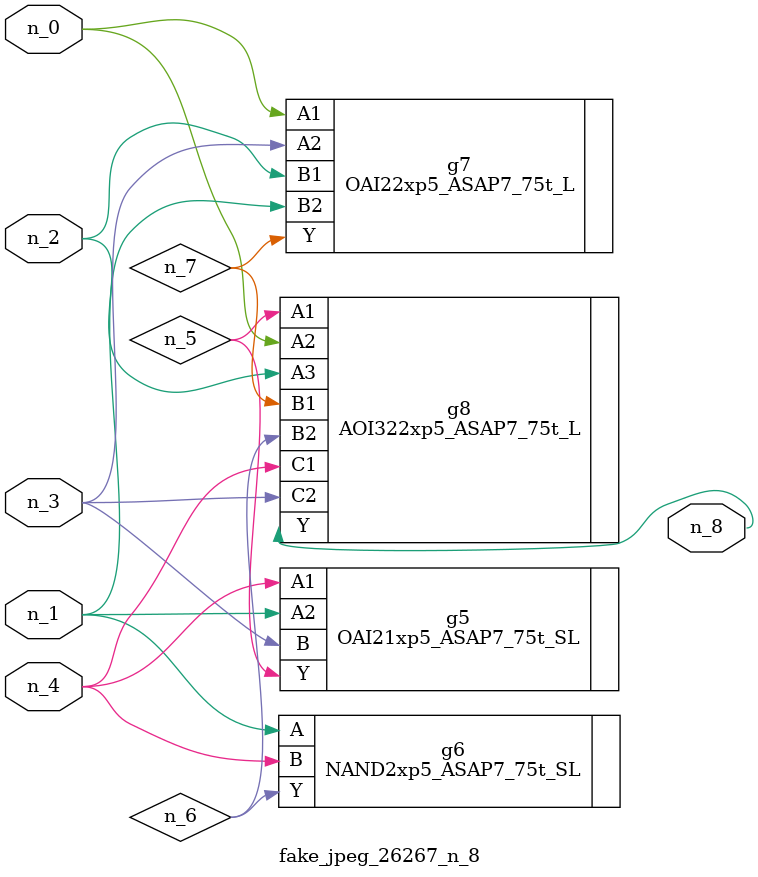
<source format=v>
module fake_jpeg_26267_n_8 (n_3, n_2, n_1, n_0, n_4, n_8);

input n_3;
input n_2;
input n_1;
input n_0;
input n_4;

output n_8;

wire n_6;
wire n_5;
wire n_7;

OAI21xp5_ASAP7_75t_SL g5 ( 
.A1(n_4),
.A2(n_1),
.B(n_3),
.Y(n_5)
);

NAND2xp5_ASAP7_75t_SL g6 ( 
.A(n_1),
.B(n_4),
.Y(n_6)
);

OAI22xp5_ASAP7_75t_L g7 ( 
.A1(n_0),
.A2(n_3),
.B1(n_2),
.B2(n_1),
.Y(n_7)
);

AOI322xp5_ASAP7_75t_L g8 ( 
.A1(n_5),
.A2(n_0),
.A3(n_2),
.B1(n_7),
.B2(n_6),
.C1(n_4),
.C2(n_3),
.Y(n_8)
);


endmodule
</source>
